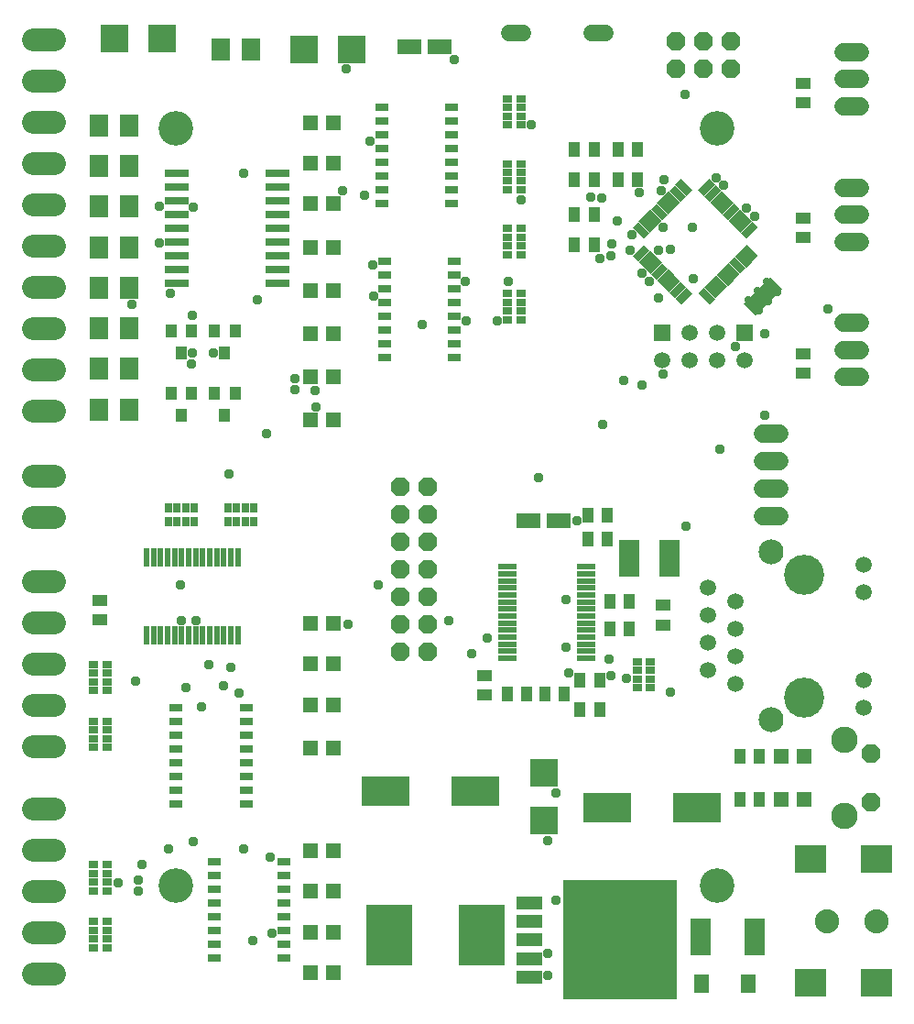
<source format=gbr>
G04 EAGLE Gerber RS-274X export*
G75*
%MOMM*%
%FSLAX34Y34*%
%LPD*%
%INSoldermask Top*%
%IPPOS*%
%AMOC8*
5,1,8,0,0,1.08239X$1,22.5*%
G01*
%ADD10C,3.203200*%
%ADD11R,1.403200X1.403200*%
%ADD12R,1.473200X1.673200*%
%ADD13R,1.003200X1.403200*%
%ADD14R,1.983200X3.403200*%
%ADD15R,3.003200X2.603200*%
%ADD16C,2.235200*%
%ADD17R,1.403200X1.003200*%
%ADD18R,1.511200X1.511200*%
%ADD19C,1.511200*%
%ADD20R,1.703200X0.603200*%
%ADD21R,1.903200X3.503200*%
%ADD22R,2.203200X1.403200*%
%ADD23C,2.303200*%
%ADD24C,3.703200*%
%ADD25C,1.727200*%
%ADD26R,1.473200X0.762000*%
%ADD27R,0.762000X1.473200*%
%ADD28C,0.653200*%
%ADD29R,3.495041X1.534159*%
%ADD30R,4.503200X2.703200*%
%ADD31R,4.203200X5.703200*%
%ADD32R,10.613200X11.003200*%
%ADD33R,2.362200X1.270000*%
%ADD34R,2.603200X2.603200*%
%ADD35P,1.869504X8X112.500000*%
%ADD36C,2.451100*%
%ADD37P,1.852186X8X22.500000*%
%ADD38C,1.524000*%
%ADD39R,1.203200X0.703200*%
%ADD40R,0.603200X1.703200*%
%ADD41C,2.108200*%
%ADD42R,0.853200X0.703200*%
%ADD43R,0.703200X0.853200*%
%ADD44R,2.184400X0.762000*%
%ADD45P,1.852186X8X112.500000*%
%ADD46R,1.005200X1.175200*%
%ADD47R,1.803200X2.003200*%
%ADD48C,0.959600*%


D10*
X172500Y832500D03*
X672500Y832500D03*
X172500Y132500D03*
X672500Y132500D03*
D11*
X753000Y212500D03*
X732000Y212500D03*
D12*
X701500Y42500D03*
X658500Y42500D03*
D13*
X711500Y212500D03*
X693500Y212500D03*
D14*
X657600Y85000D03*
X707400Y85000D03*
D15*
X820000Y43000D03*
X820000Y157000D03*
X759000Y43000D03*
X759000Y157000D03*
D16*
X820000Y100000D03*
X774280Y100000D03*
D17*
X752500Y624000D03*
X752500Y606000D03*
X752500Y749000D03*
X752500Y731000D03*
D18*
X621750Y643625D03*
X697950Y643625D03*
D19*
X647150Y643625D03*
X672550Y643625D03*
X672550Y618225D03*
X647150Y618225D03*
X621750Y618225D03*
X697950Y618225D03*
D17*
X752500Y874000D03*
X752500Y856000D03*
D20*
X478750Y427250D03*
X478750Y420750D03*
X478750Y414250D03*
X478750Y407750D03*
X478750Y401250D03*
X478750Y394750D03*
X478750Y388250D03*
X478750Y381750D03*
X478750Y375250D03*
X478750Y368750D03*
X478750Y362250D03*
X478750Y355750D03*
X478750Y349250D03*
X478750Y342750D03*
X551250Y342750D03*
X551250Y349250D03*
X551250Y355750D03*
X551250Y362250D03*
X551250Y368750D03*
X551250Y375250D03*
X551250Y381750D03*
X551250Y388250D03*
X551250Y394750D03*
X551250Y401250D03*
X551250Y407750D03*
X551250Y414250D03*
X551250Y420750D03*
X551250Y427250D03*
D13*
X496500Y310000D03*
X478500Y310000D03*
D17*
X457500Y326500D03*
X457500Y308500D03*
D13*
X513500Y310000D03*
X531500Y310000D03*
D21*
X591500Y435000D03*
X628500Y435000D03*
D13*
X573500Y370000D03*
X591500Y370000D03*
X573500Y395000D03*
X591500Y395000D03*
X564000Y322500D03*
X546000Y322500D03*
D17*
X622500Y391500D03*
X622500Y373500D03*
D13*
X564000Y295000D03*
X546000Y295000D03*
D22*
X498500Y470000D03*
X526500Y470000D03*
D13*
X571500Y475000D03*
X553500Y475000D03*
X571500Y452500D03*
X553500Y452500D03*
D23*
X722700Y285750D03*
X722700Y440650D03*
D19*
X808400Y429450D03*
X808400Y404050D03*
X808400Y322350D03*
X808400Y296950D03*
X664300Y407600D03*
X664300Y382200D03*
X664300Y356800D03*
X664300Y331400D03*
X689700Y395000D03*
X689700Y369600D03*
X689700Y344200D03*
X689700Y318800D03*
D24*
X753000Y306200D03*
X753000Y420200D03*
D25*
X730120Y550600D02*
X714880Y550600D01*
X714880Y525200D02*
X730120Y525200D01*
X730120Y499800D02*
X714880Y499800D01*
X714880Y474400D02*
X730120Y474400D01*
D13*
X559000Y812500D03*
X541000Y812500D03*
X541000Y785000D03*
X559000Y785000D03*
X581000Y785000D03*
X599000Y785000D03*
X693500Y252500D03*
X711500Y252500D03*
D11*
X753000Y252500D03*
X732000Y252500D03*
D26*
G36*
X660540Y685250D02*
X670956Y674834D01*
X665568Y669446D01*
X655152Y679862D01*
X660540Y685250D01*
G37*
G36*
X666197Y690907D02*
X676613Y680491D01*
X671225Y675103D01*
X660809Y685519D01*
X666197Y690907D01*
G37*
G36*
X671854Y696563D02*
X682270Y686147D01*
X676882Y680759D01*
X666466Y691175D01*
X671854Y696563D01*
G37*
G36*
X677511Y702220D02*
X687927Y691804D01*
X682539Y686416D01*
X672123Y696832D01*
X677511Y702220D01*
G37*
G36*
X683168Y707877D02*
X693584Y697461D01*
X688196Y692073D01*
X677780Y702489D01*
X683168Y707877D01*
G37*
G36*
X688825Y713534D02*
X699241Y703118D01*
X693853Y697730D01*
X683437Y708146D01*
X688825Y713534D01*
G37*
G36*
X694481Y719191D02*
X704897Y708775D01*
X699509Y703387D01*
X689093Y713803D01*
X694481Y719191D01*
G37*
G36*
X700138Y724848D02*
X710554Y714432D01*
X705166Y709044D01*
X694750Y719460D01*
X700138Y724848D01*
G37*
D27*
G36*
X705166Y745956D02*
X710554Y740568D01*
X700138Y730152D01*
X694750Y735540D01*
X705166Y745956D01*
G37*
G36*
X699509Y751613D02*
X704897Y746225D01*
X694481Y735809D01*
X689093Y741197D01*
X699509Y751613D01*
G37*
G36*
X693853Y757270D02*
X699241Y751882D01*
X688825Y741466D01*
X683437Y746854D01*
X693853Y757270D01*
G37*
G36*
X688196Y762927D02*
X693584Y757539D01*
X683168Y747123D01*
X677780Y752511D01*
X688196Y762927D01*
G37*
G36*
X682539Y768584D02*
X687927Y763196D01*
X677511Y752780D01*
X672123Y758168D01*
X682539Y768584D01*
G37*
G36*
X676882Y774241D02*
X682270Y768853D01*
X671854Y758437D01*
X666466Y763825D01*
X676882Y774241D01*
G37*
G36*
X671225Y779897D02*
X676613Y774509D01*
X666197Y764093D01*
X660809Y769481D01*
X671225Y779897D01*
G37*
G36*
X665568Y785554D02*
X670956Y780166D01*
X660540Y769750D01*
X655152Y775138D01*
X665568Y785554D01*
G37*
D26*
G36*
X639432Y785554D02*
X649848Y775138D01*
X644460Y769750D01*
X634044Y780166D01*
X639432Y785554D01*
G37*
G36*
X633775Y779897D02*
X644191Y769481D01*
X638803Y764093D01*
X628387Y774509D01*
X633775Y779897D01*
G37*
G36*
X628118Y774241D02*
X638534Y763825D01*
X633146Y758437D01*
X622730Y768853D01*
X628118Y774241D01*
G37*
G36*
X622461Y768584D02*
X632877Y758168D01*
X627489Y752780D01*
X617073Y763196D01*
X622461Y768584D01*
G37*
G36*
X616804Y762927D02*
X627220Y752511D01*
X621832Y747123D01*
X611416Y757539D01*
X616804Y762927D01*
G37*
G36*
X611147Y757270D02*
X621563Y746854D01*
X616175Y741466D01*
X605759Y751882D01*
X611147Y757270D01*
G37*
G36*
X605491Y751613D02*
X615907Y741197D01*
X610519Y735809D01*
X600103Y746225D01*
X605491Y751613D01*
G37*
G36*
X599834Y745956D02*
X610250Y735540D01*
X604862Y730152D01*
X594446Y740568D01*
X599834Y745956D01*
G37*
D27*
G36*
X604862Y724848D02*
X610250Y719460D01*
X599834Y709044D01*
X594446Y714432D01*
X604862Y724848D01*
G37*
G36*
X610519Y719191D02*
X615907Y713803D01*
X605491Y703387D01*
X600103Y708775D01*
X610519Y719191D01*
G37*
G36*
X616175Y713534D02*
X621563Y708146D01*
X611147Y697730D01*
X605759Y703118D01*
X616175Y713534D01*
G37*
G36*
X621832Y707877D02*
X627220Y702489D01*
X616804Y692073D01*
X611416Y697461D01*
X621832Y707877D01*
G37*
G36*
X627489Y702220D02*
X632877Y696832D01*
X622461Y686416D01*
X617073Y691804D01*
X627489Y702220D01*
G37*
G36*
X633146Y696563D02*
X638534Y691175D01*
X628118Y680759D01*
X622730Y686147D01*
X633146Y696563D01*
G37*
G36*
X638803Y690907D02*
X644191Y685519D01*
X633775Y675103D01*
X628387Y680491D01*
X638803Y690907D01*
G37*
G36*
X644460Y685250D02*
X649848Y679862D01*
X639432Y669446D01*
X634044Y674834D01*
X644460Y685250D01*
G37*
D13*
X581000Y812500D03*
X599000Y812500D03*
X559000Y752500D03*
X541000Y752500D03*
D28*
X701371Y674159D02*
X711659Y663871D01*
X720144Y672356D02*
X709856Y682644D01*
X718341Y691129D02*
X728629Y680841D01*
D29*
G36*
X732780Y684396D02*
X708068Y659684D01*
X697220Y670532D01*
X721932Y695244D01*
X732780Y684396D01*
G37*
D13*
X559000Y725000D03*
X541000Y725000D03*
D30*
X366000Y220000D03*
X449000Y220000D03*
X654000Y205000D03*
X571000Y205000D03*
D31*
X370000Y87500D03*
X455000Y87500D03*
D32*
X582900Y82500D03*
D33*
X499588Y116536D03*
X499588Y99518D03*
X499588Y82500D03*
X499588Y65482D03*
X499588Y48464D03*
D34*
X512500Y237000D03*
X512500Y193000D03*
D35*
X814946Y209894D03*
X814946Y255106D03*
D36*
X790054Y197448D03*
X790054Y267552D03*
D25*
X789880Y652500D02*
X805120Y652500D01*
X805120Y627500D02*
X789880Y627500D01*
X789880Y602500D02*
X805120Y602500D01*
X805120Y777500D02*
X789880Y777500D01*
X789880Y752500D02*
X805120Y752500D01*
X805120Y727500D02*
X789880Y727500D01*
X789880Y902500D02*
X805120Y902500D01*
X805120Y877500D02*
X789880Y877500D01*
X789880Y852500D02*
X805120Y852500D01*
D37*
X634600Y887300D03*
X634600Y912700D03*
X660000Y887300D03*
X660000Y912700D03*
X685400Y887300D03*
X685400Y912700D03*
D38*
X569704Y920000D02*
X556496Y920000D01*
X493504Y920000D02*
X480296Y920000D01*
D11*
X318000Y375000D03*
X297000Y375000D03*
X318000Y337500D03*
X297000Y337500D03*
X318000Y300000D03*
X297000Y300000D03*
X318000Y260000D03*
X297000Y260000D03*
X318000Y165000D03*
X297000Y165000D03*
X318000Y127500D03*
X297000Y127500D03*
X318000Y90000D03*
X297000Y90000D03*
D39*
X172600Y296950D03*
X172600Y284250D03*
X172600Y271550D03*
X172600Y258850D03*
X172600Y246150D03*
X172600Y233450D03*
X172600Y220750D03*
X172600Y208050D03*
X237400Y208050D03*
X237400Y220750D03*
X237400Y233450D03*
X237400Y246150D03*
X237400Y258850D03*
X237400Y271550D03*
X237400Y284250D03*
X237400Y296950D03*
X207600Y154450D03*
X207600Y141750D03*
X207600Y129050D03*
X207600Y116350D03*
X207600Y103650D03*
X207600Y90950D03*
X207600Y78250D03*
X207600Y65550D03*
X272400Y65550D03*
X272400Y78250D03*
X272400Y90950D03*
X272400Y103650D03*
X272400Y116350D03*
X272400Y129050D03*
X272400Y141750D03*
X272400Y154450D03*
D11*
X318000Y52500D03*
X297000Y52500D03*
D40*
X229750Y436250D03*
X223250Y436250D03*
X216750Y436250D03*
X210250Y436250D03*
X203750Y436250D03*
X197250Y436250D03*
X190750Y436250D03*
X184250Y436250D03*
X177750Y436250D03*
X171250Y436250D03*
X164750Y436250D03*
X158250Y436250D03*
X151750Y436250D03*
X145250Y436250D03*
X145250Y363750D03*
X151750Y363750D03*
X158250Y363750D03*
X164750Y363750D03*
X171250Y363750D03*
X177750Y363750D03*
X184250Y363750D03*
X190750Y363750D03*
X197250Y363750D03*
X203750Y363750D03*
X210250Y363750D03*
X216750Y363750D03*
X223250Y363750D03*
X229750Y363750D03*
D41*
X59525Y511550D02*
X40475Y511550D01*
X40475Y473450D02*
X59525Y473450D01*
D39*
X362600Y851950D03*
X362600Y839250D03*
X362600Y826550D03*
X362600Y813850D03*
X362600Y801150D03*
X362600Y788450D03*
X362600Y775750D03*
X362600Y763050D03*
X427400Y763050D03*
X427400Y775750D03*
X427400Y788450D03*
X427400Y801150D03*
X427400Y813850D03*
X427400Y826550D03*
X427400Y839250D03*
X427400Y851950D03*
D42*
X96250Y284500D03*
X96250Y276500D03*
X96250Y268500D03*
X96250Y260500D03*
X108750Y260500D03*
X108750Y268500D03*
X108750Y276500D03*
X108750Y284500D03*
X96250Y337000D03*
X96250Y329000D03*
X96250Y321000D03*
X96250Y313000D03*
X108750Y313000D03*
X108750Y321000D03*
X108750Y329000D03*
X108750Y337000D03*
X96250Y99500D03*
X96250Y91500D03*
X96250Y83500D03*
X96250Y75500D03*
X108750Y75500D03*
X108750Y83500D03*
X108750Y91500D03*
X108750Y99500D03*
X96250Y152000D03*
X96250Y144000D03*
X96250Y136000D03*
X96250Y128000D03*
X108750Y128000D03*
X108750Y136000D03*
X108750Y144000D03*
X108750Y152000D03*
X598750Y339500D03*
X598750Y331500D03*
X598750Y323500D03*
X598750Y315500D03*
X611250Y315500D03*
X611250Y323500D03*
X611250Y331500D03*
X611250Y339500D03*
D43*
X189500Y481250D03*
X181500Y481250D03*
X173500Y481250D03*
X165500Y481250D03*
X165500Y468750D03*
X173500Y468750D03*
X181500Y468750D03*
X189500Y468750D03*
D42*
X478750Y799500D03*
X478750Y791500D03*
X478750Y783500D03*
X478750Y775500D03*
X491250Y775500D03*
X491250Y783500D03*
X491250Y791500D03*
X491250Y799500D03*
X478750Y859500D03*
X478750Y851500D03*
X478750Y843500D03*
X478750Y835500D03*
X491250Y835500D03*
X491250Y843500D03*
X491250Y851500D03*
X491250Y859500D03*
D41*
X59525Y413700D02*
X40475Y413700D01*
X40475Y375600D02*
X59525Y375600D01*
X59525Y337500D02*
X40475Y337500D01*
X40475Y299400D02*
X59525Y299400D01*
X59525Y261300D02*
X40475Y261300D01*
X40475Y203700D02*
X59525Y203700D01*
X59525Y165600D02*
X40475Y165600D01*
X40475Y127500D02*
X59525Y127500D01*
X59525Y89400D02*
X40475Y89400D01*
X40475Y51300D02*
X59525Y51300D01*
D17*
X102500Y396500D03*
X102500Y378500D03*
D11*
X297000Y837500D03*
X318000Y837500D03*
X297000Y800000D03*
X318000Y800000D03*
X297000Y762500D03*
X318000Y762500D03*
X297000Y722500D03*
X318000Y722500D03*
D34*
X159500Y915000D03*
X115500Y915000D03*
X290500Y905000D03*
X334500Y905000D03*
D22*
X416500Y907500D03*
X388500Y907500D03*
D41*
X59525Y913950D02*
X40475Y913950D01*
X40475Y875850D02*
X59525Y875850D01*
X59525Y837750D02*
X40475Y837750D01*
X40475Y799650D02*
X59525Y799650D01*
X59525Y761550D02*
X40475Y761550D01*
X40475Y723450D02*
X59525Y723450D01*
X59525Y685350D02*
X40475Y685350D01*
X40475Y647250D02*
X59525Y647250D01*
X59525Y609150D02*
X40475Y609150D01*
X40475Y571050D02*
X59525Y571050D01*
D44*
X266736Y689200D03*
X266736Y701900D03*
X266736Y714600D03*
X266736Y727300D03*
X266736Y740000D03*
X266736Y752700D03*
X266736Y765400D03*
X266736Y778100D03*
X266736Y790800D03*
X173264Y790800D03*
X173264Y778100D03*
X173264Y765400D03*
X173264Y752700D03*
X173264Y740000D03*
X173264Y727300D03*
X173264Y714600D03*
X173264Y701900D03*
X173264Y689200D03*
D39*
X365100Y709450D03*
X365100Y696750D03*
X365100Y684050D03*
X365100Y671350D03*
X365100Y658650D03*
X365100Y645950D03*
X365100Y633250D03*
X365100Y620550D03*
X429900Y620550D03*
X429900Y633250D03*
X429900Y645950D03*
X429900Y658650D03*
X429900Y671350D03*
X429900Y684050D03*
X429900Y696750D03*
X429900Y709450D03*
D43*
X244500Y481250D03*
X236500Y481250D03*
X228500Y481250D03*
X220500Y481250D03*
X220500Y468750D03*
X228500Y468750D03*
X236500Y468750D03*
X244500Y468750D03*
D42*
X478750Y739500D03*
X478750Y731500D03*
X478750Y723500D03*
X478750Y715500D03*
X491250Y715500D03*
X491250Y723500D03*
X491250Y731500D03*
X491250Y739500D03*
X478750Y679500D03*
X478750Y671500D03*
X478750Y663500D03*
X478750Y655500D03*
X491250Y655500D03*
X491250Y663500D03*
X491250Y671500D03*
X491250Y679500D03*
D11*
X297000Y682500D03*
X318000Y682500D03*
X297000Y642500D03*
X318000Y642500D03*
X297000Y602500D03*
X318000Y602500D03*
X297000Y562500D03*
X318000Y562500D03*
D45*
X405200Y348800D03*
X379800Y348800D03*
X405200Y374200D03*
X379800Y374200D03*
X405200Y399600D03*
X379800Y399600D03*
X405200Y425000D03*
X379800Y425000D03*
X405200Y450400D03*
X379800Y450400D03*
X405200Y475800D03*
X379800Y475800D03*
X405200Y501200D03*
X379800Y501200D03*
D46*
X177500Y567500D03*
X168000Y587500D03*
X187000Y587500D03*
X217500Y567500D03*
X208000Y587500D03*
X227000Y587500D03*
X217500Y625000D03*
X208000Y645000D03*
X227000Y645000D03*
X177500Y625000D03*
X168000Y645000D03*
X187000Y645000D03*
D47*
X101000Y797500D03*
X129000Y797500D03*
X101000Y760000D03*
X129000Y760000D03*
X101000Y722500D03*
X129000Y722500D03*
X101000Y685000D03*
X129000Y685000D03*
X101000Y647500D03*
X129000Y647500D03*
X101000Y610000D03*
X129000Y610000D03*
X101000Y572500D03*
X129000Y572500D03*
X241500Y905000D03*
X213500Y905000D03*
X101000Y835000D03*
X129000Y835000D03*
D48*
X516373Y50005D03*
X516373Y70415D03*
X516373Y174506D03*
X302068Y574542D03*
X301048Y589849D03*
X580665Y747006D03*
X601075Y772519D03*
X542906Y469430D03*
X331663Y374524D03*
X556173Y768437D03*
X678633Y779662D03*
X586788Y599034D03*
X622505Y605157D03*
X689858Y630669D03*
X593931Y733740D03*
X574542Y714350D03*
X603575Y595411D03*
X567144Y558980D03*
X775580Y665366D03*
X177567Y377585D03*
X707207Y751088D03*
X642915Y863343D03*
X671489Y786806D03*
X507296Y509337D03*
X445959Y346970D03*
X460246Y361257D03*
X618423Y719453D03*
X618423Y675571D03*
X700063Y758232D03*
X716391Y642915D03*
X716391Y567398D03*
X532701Y353093D03*
X532701Y396975D03*
X643936Y464328D03*
X588829Y324519D03*
X574542Y326560D03*
X572501Y341868D03*
X629649Y311253D03*
X535763Y329622D03*
X629649Y720473D03*
X566378Y767416D03*
X564337Y712309D03*
X610259Y690879D03*
X176547Y410241D03*
X359216Y410241D03*
X591890Y719453D03*
X603116Y698022D03*
X424528Y377585D03*
X651079Y692920D03*
X675215Y535812D03*
X621485Y774560D03*
X622505Y740883D03*
X575562Y725576D03*
X523517Y119399D03*
X523517Y218387D03*
X623526Y784765D03*
X650059Y740883D03*
X137768Y137768D03*
X188793Y173485D03*
X134706Y321458D03*
X190834Y377585D03*
X195936Y297986D03*
X203080Y336765D03*
X181649Y315335D03*
X140829Y152055D03*
X259207Y159198D03*
X165321Y166342D03*
X234715Y166342D03*
X216346Y317376D03*
X119399Y135727D03*
X243900Y81640D03*
X223490Y334724D03*
X137768Y127563D03*
X261248Y88784D03*
X230633Y310232D03*
X491881Y766396D03*
X501066Y835790D03*
X187772Y624546D03*
X207162Y624546D03*
X429631Y895999D03*
X234715Y790888D03*
X329622Y886815D03*
X186752Y614341D03*
X131645Y669448D03*
X157157Y726596D03*
X167362Y679653D03*
X157157Y760273D03*
X187772Y659243D03*
X188793Y759252D03*
X479635Y690879D03*
X439836Y690879D03*
X469430Y654141D03*
X440856Y654141D03*
X400036Y651079D03*
X247982Y673530D03*
X352073Y820482D03*
X282679Y601075D03*
X326560Y774560D03*
X282679Y590870D03*
X346970Y770478D03*
X221449Y513312D03*
X354114Y706186D03*
X256092Y550455D03*
X355134Y677612D03*
M02*

</source>
